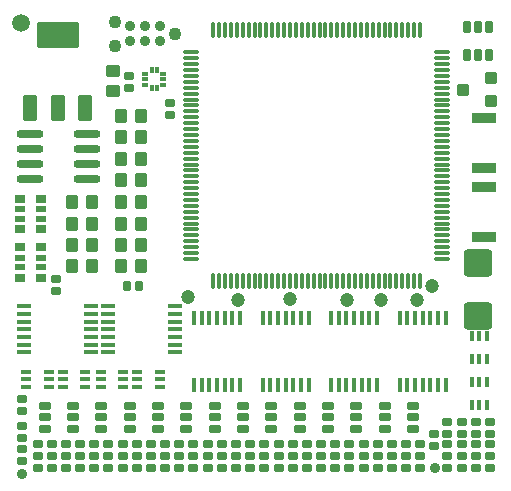
<source format=gts>
G04*
G04 #@! TF.GenerationSoftware,Altium Limited,Altium Designer,25.1.2 (22)*
G04*
G04 Layer_Color=8388736*
%FSLAX25Y25*%
%MOIN*%
G70*
G04*
G04 #@! TF.SameCoordinates,884B850E-C893-49A2-98A3-3BEC55AD8533*
G04*
G04*
G04 #@! TF.FilePolarity,Negative*
G04*
G01*
G75*
%ADD54O,0.01260X0.05512*%
%ADD55O,0.05512X0.01260*%
G04:AMPARAMS|DCode=56|XSize=39.37mil|YSize=41.34mil|CornerRadius=5.51mil|HoleSize=0mil|Usage=FLASHONLY|Rotation=90.000|XOffset=0mil|YOffset=0mil|HoleType=Round|Shape=RoundedRectangle|*
%AMROUNDEDRECTD56*
21,1,0.03937,0.03032,0,0,90.0*
21,1,0.02835,0.04134,0,0,90.0*
1,1,0.01102,0.01516,0.01417*
1,1,0.01102,0.01516,-0.01417*
1,1,0.01102,-0.01516,-0.01417*
1,1,0.01102,-0.01516,0.01417*
%
%ADD56ROUNDEDRECTD56*%
G04:AMPARAMS|DCode=57|XSize=39.37mil|YSize=41.34mil|CornerRadius=5.51mil|HoleSize=0mil|Usage=FLASHONLY|Rotation=90.000|XOffset=0mil|YOffset=0mil|HoleType=Round|Shape=RoundedRectangle|*
%AMROUNDEDRECTD57*
21,1,0.03937,0.03032,0,0,90.0*
21,1,0.02835,0.04134,0,0,90.0*
1,1,0.01102,0.01516,0.01417*
1,1,0.01102,0.01516,-0.01417*
1,1,0.01102,-0.01516,-0.01417*
1,1,0.01102,-0.01516,0.01417*
%
%ADD57ROUNDEDRECTD57*%
G04:AMPARAMS|DCode=58|XSize=47.24mil|YSize=88.58mil|CornerRadius=6.3mil|HoleSize=0mil|Usage=FLASHONLY|Rotation=0.000|XOffset=0mil|YOffset=0mil|HoleType=Round|Shape=RoundedRectangle|*
%AMROUNDEDRECTD58*
21,1,0.04724,0.07598,0,0,0.0*
21,1,0.03465,0.08858,0,0,0.0*
1,1,0.01260,0.01732,-0.03799*
1,1,0.01260,-0.01732,-0.03799*
1,1,0.01260,-0.01732,0.03799*
1,1,0.01260,0.01732,0.03799*
%
%ADD58ROUNDEDRECTD58*%
G04:AMPARAMS|DCode=59|XSize=47.24mil|YSize=88.58mil|CornerRadius=6.3mil|HoleSize=0mil|Usage=FLASHONLY|Rotation=0.000|XOffset=0mil|YOffset=0mil|HoleType=Round|Shape=RoundedRectangle|*
%AMROUNDEDRECTD59*
21,1,0.04724,0.07599,0,0,0.0*
21,1,0.03465,0.08858,0,0,0.0*
1,1,0.01260,0.01732,-0.03799*
1,1,0.01260,-0.01732,-0.03799*
1,1,0.01260,-0.01732,0.03799*
1,1,0.01260,0.01732,0.03799*
%
%ADD59ROUNDEDRECTD59*%
G04:AMPARAMS|DCode=60|XSize=141.73mil|YSize=88.58mil|CornerRadius=10.43mil|HoleSize=0mil|Usage=FLASHONLY|Rotation=0.000|XOffset=0mil|YOffset=0mil|HoleType=Round|Shape=RoundedRectangle|*
%AMROUNDEDRECTD60*
21,1,0.14173,0.06772,0,0,0.0*
21,1,0.12087,0.08858,0,0,0.0*
1,1,0.02087,0.06043,-0.03386*
1,1,0.02087,-0.06043,-0.03386*
1,1,0.02087,-0.06043,0.03386*
1,1,0.02087,0.06043,0.03386*
%
%ADD60ROUNDEDRECTD60*%
G04:AMPARAMS|DCode=61|XSize=43.31mil|YSize=47.24mil|CornerRadius=5.91mil|HoleSize=0mil|Usage=FLASHONLY|Rotation=0.000|XOffset=0mil|YOffset=0mil|HoleType=Round|Shape=RoundedRectangle|*
%AMROUNDEDRECTD61*
21,1,0.04331,0.03543,0,0,0.0*
21,1,0.03150,0.04724,0,0,0.0*
1,1,0.01181,0.01575,-0.01772*
1,1,0.01181,-0.01575,-0.01772*
1,1,0.01181,-0.01575,0.01772*
1,1,0.01181,0.01575,0.01772*
%
%ADD61ROUNDEDRECTD61*%
G04:AMPARAMS|DCode=62|XSize=27.56mil|YSize=39.37mil|CornerRadius=4.33mil|HoleSize=0mil|Usage=FLASHONLY|Rotation=180.000|XOffset=0mil|YOffset=0mil|HoleType=Round|Shape=RoundedRectangle|*
%AMROUNDEDRECTD62*
21,1,0.02756,0.03071,0,0,180.0*
21,1,0.01890,0.03937,0,0,180.0*
1,1,0.00866,-0.00945,0.01535*
1,1,0.00866,0.00945,0.01535*
1,1,0.00866,0.00945,-0.01535*
1,1,0.00866,-0.00945,-0.01535*
%
%ADD62ROUNDEDRECTD62*%
%ADD63C,0.03494*%
G04:AMPARAMS|DCode=64|XSize=31.5mil|YSize=27.56mil|CornerRadius=4.33mil|HoleSize=0mil|Usage=FLASHONLY|Rotation=180.000|XOffset=0mil|YOffset=0mil|HoleType=Round|Shape=RoundedRectangle|*
%AMROUNDEDRECTD64*
21,1,0.03150,0.01890,0,0,180.0*
21,1,0.02284,0.02756,0,0,180.0*
1,1,0.00866,-0.01142,0.00945*
1,1,0.00866,0.01142,0.00945*
1,1,0.00866,0.01142,-0.00945*
1,1,0.00866,-0.01142,-0.00945*
%
%ADD64ROUNDEDRECTD64*%
G04:AMPARAMS|DCode=65|XSize=27.56mil|YSize=39.37mil|CornerRadius=4.33mil|HoleSize=0mil|Usage=FLASHONLY|Rotation=270.000|XOffset=0mil|YOffset=0mil|HoleType=Round|Shape=RoundedRectangle|*
%AMROUNDEDRECTD65*
21,1,0.02756,0.03071,0,0,270.0*
21,1,0.01890,0.03937,0,0,270.0*
1,1,0.00866,-0.01535,-0.00945*
1,1,0.00866,-0.01535,0.00945*
1,1,0.00866,0.01535,0.00945*
1,1,0.00866,0.01535,-0.00945*
%
%ADD65ROUNDEDRECTD65*%
G04:AMPARAMS|DCode=66|XSize=90.55mil|YSize=94.49mil|CornerRadius=10.63mil|HoleSize=0mil|Usage=FLASHONLY|Rotation=90.000|XOffset=0mil|YOffset=0mil|HoleType=Round|Shape=RoundedRectangle|*
%AMROUNDEDRECTD66*
21,1,0.09055,0.07323,0,0,90.0*
21,1,0.06929,0.09449,0,0,90.0*
1,1,0.02126,0.03661,0.03465*
1,1,0.02126,0.03661,-0.03465*
1,1,0.02126,-0.03661,-0.03465*
1,1,0.02126,-0.03661,0.03465*
%
%ADD66ROUNDEDRECTD66*%
%ADD67C,0.03543*%
G04:AMPARAMS|DCode=68|XSize=29.53mil|YSize=35.43mil|CornerRadius=4.53mil|HoleSize=0mil|Usage=FLASHONLY|Rotation=90.000|XOffset=0mil|YOffset=0mil|HoleType=Round|Shape=RoundedRectangle|*
%AMROUNDEDRECTD68*
21,1,0.02953,0.02638,0,0,90.0*
21,1,0.02047,0.03543,0,0,90.0*
1,1,0.00906,0.01319,0.01024*
1,1,0.00906,0.01319,-0.01024*
1,1,0.00906,-0.01319,-0.01024*
1,1,0.00906,-0.01319,0.01024*
%
%ADD68ROUNDEDRECTD68*%
G04:AMPARAMS|DCode=69|XSize=21.65mil|YSize=35.43mil|CornerRadius=3.74mil|HoleSize=0mil|Usage=FLASHONLY|Rotation=90.000|XOffset=0mil|YOffset=0mil|HoleType=Round|Shape=RoundedRectangle|*
%AMROUNDEDRECTD69*
21,1,0.02165,0.02795,0,0,90.0*
21,1,0.01417,0.03543,0,0,90.0*
1,1,0.00748,0.01398,0.00709*
1,1,0.00748,0.01398,-0.00709*
1,1,0.00748,-0.01398,-0.00709*
1,1,0.00748,-0.01398,0.00709*
%
%ADD69ROUNDEDRECTD69*%
G04:AMPARAMS|DCode=70|XSize=35.43mil|YSize=82.68mil|CornerRadius=5.12mil|HoleSize=0mil|Usage=FLASHONLY|Rotation=90.000|XOffset=0mil|YOffset=0mil|HoleType=Round|Shape=RoundedRectangle|*
%AMROUNDEDRECTD70*
21,1,0.03543,0.07244,0,0,90.0*
21,1,0.02520,0.08268,0,0,90.0*
1,1,0.01024,0.03622,0.01260*
1,1,0.01024,0.03622,-0.01260*
1,1,0.01024,-0.03622,-0.01260*
1,1,0.01024,-0.03622,0.01260*
%
%ADD70ROUNDEDRECTD70*%
%ADD71O,0.01575X0.04724*%
%ADD72O,0.04724X0.01575*%
G04:AMPARAMS|DCode=73|XSize=16.54mil|YSize=35.43mil|CornerRadius=3.23mil|HoleSize=0mil|Usage=FLASHONLY|Rotation=90.000|XOffset=0mil|YOffset=0mil|HoleType=Round|Shape=RoundedRectangle|*
%AMROUNDEDRECTD73*
21,1,0.01654,0.02898,0,0,90.0*
21,1,0.01008,0.03543,0,0,90.0*
1,1,0.00646,0.01449,0.00504*
1,1,0.00646,0.01449,-0.00504*
1,1,0.00646,-0.01449,-0.00504*
1,1,0.00646,-0.01449,0.00504*
%
%ADD73ROUNDEDRECTD73*%
%ADD74O,0.09055X0.02756*%
G04:AMPARAMS|DCode=75|XSize=16.54mil|YSize=35.43mil|CornerRadius=3.23mil|HoleSize=0mil|Usage=FLASHONLY|Rotation=180.000|XOffset=0mil|YOffset=0mil|HoleType=Round|Shape=RoundedRectangle|*
%AMROUNDEDRECTD75*
21,1,0.01654,0.02898,0,0,180.0*
21,1,0.01008,0.03543,0,0,180.0*
1,1,0.00646,-0.00504,0.01449*
1,1,0.00646,0.00504,0.01449*
1,1,0.00646,0.00504,-0.01449*
1,1,0.00646,-0.00504,-0.01449*
%
%ADD75ROUNDEDRECTD75*%
%ADD76R,0.01870X0.01772*%
%ADD77R,0.01772X0.01870*%
G04:AMPARAMS|DCode=78|XSize=43.31mil|YSize=47.24mil|CornerRadius=5.91mil|HoleSize=0mil|Usage=FLASHONLY|Rotation=270.000|XOffset=0mil|YOffset=0mil|HoleType=Round|Shape=RoundedRectangle|*
%AMROUNDEDRECTD78*
21,1,0.04331,0.03543,0,0,270.0*
21,1,0.03150,0.04724,0,0,270.0*
1,1,0.01181,-0.01772,-0.01575*
1,1,0.01181,-0.01772,0.01575*
1,1,0.01181,0.01772,0.01575*
1,1,0.01181,0.01772,-0.01575*
%
%ADD78ROUNDEDRECTD78*%
G04:AMPARAMS|DCode=79|XSize=31.5mil|YSize=27.56mil|CornerRadius=4.33mil|HoleSize=0mil|Usage=FLASHONLY|Rotation=90.000|XOffset=0mil|YOffset=0mil|HoleType=Round|Shape=RoundedRectangle|*
%AMROUNDEDRECTD79*
21,1,0.03150,0.01890,0,0,90.0*
21,1,0.02284,0.02756,0,0,90.0*
1,1,0.00866,0.00945,0.01142*
1,1,0.00866,0.00945,-0.01142*
1,1,0.00866,-0.00945,-0.01142*
1,1,0.00866,-0.00945,0.01142*
%
%ADD79ROUNDEDRECTD79*%
%ADD80C,0.04294*%
%ADD81C,0.04724*%
%ADD82C,0.05906*%
D54*
X68405Y151083D02*
D03*
X70374D02*
D03*
X72342Y151083D02*
D03*
X74311D02*
D03*
X76279D02*
D03*
X78248D02*
D03*
X80216D02*
D03*
X82185Y151083D02*
D03*
X84153D02*
D03*
X86122D02*
D03*
X88090Y151083D02*
D03*
X90059D02*
D03*
X92028D02*
D03*
X93996D02*
D03*
X95965D02*
D03*
X97933D02*
D03*
X99902D02*
D03*
X101870D02*
D03*
X103839D02*
D03*
X105807D02*
D03*
X107776D02*
D03*
X109744Y151083D02*
D03*
X111713Y151083D02*
D03*
X113681D02*
D03*
X115650D02*
D03*
X117618D02*
D03*
X119587D02*
D03*
X121555Y151083D02*
D03*
X123524D02*
D03*
X125492D02*
D03*
X127461Y151083D02*
D03*
X129429D02*
D03*
X131398D02*
D03*
X133366D02*
D03*
X135335D02*
D03*
X137303Y151083D02*
D03*
Y67421D02*
D03*
X135335Y67421D02*
D03*
X133366D02*
D03*
X131398D02*
D03*
X129429D02*
D03*
X127461D02*
D03*
X125492Y67421D02*
D03*
X123524D02*
D03*
X121555D02*
D03*
X119587Y67421D02*
D03*
X117618D02*
D03*
X115650D02*
D03*
X113681D02*
D03*
X111713D02*
D03*
X109744Y67421D02*
D03*
X107776Y67421D02*
D03*
X105807D02*
D03*
X103839D02*
D03*
X101870D02*
D03*
X99902D02*
D03*
X97933D02*
D03*
X95965D02*
D03*
X93996D02*
D03*
X92028D02*
D03*
X90059D02*
D03*
X88090D02*
D03*
X86122Y67421D02*
D03*
X84153D02*
D03*
X82185D02*
D03*
X80216Y67421D02*
D03*
X78248D02*
D03*
X76279D02*
D03*
X74311D02*
D03*
X72342D02*
D03*
X70374Y67421D02*
D03*
X68405D02*
D03*
D55*
X144685Y143701D02*
D03*
Y141732D02*
D03*
X144685Y139764D02*
D03*
Y137795D02*
D03*
Y135827D02*
D03*
Y133858D02*
D03*
Y131890D02*
D03*
X144685Y129921D02*
D03*
Y127953D02*
D03*
Y125984D02*
D03*
X144685Y124016D02*
D03*
Y122047D02*
D03*
Y120079D02*
D03*
Y118110D02*
D03*
Y116142D02*
D03*
Y114173D02*
D03*
Y112205D02*
D03*
Y110236D02*
D03*
Y108268D02*
D03*
Y106299D02*
D03*
Y104331D02*
D03*
X144685Y102362D02*
D03*
X144685Y100394D02*
D03*
Y98425D02*
D03*
Y96457D02*
D03*
Y94488D02*
D03*
Y92520D02*
D03*
X144685Y90551D02*
D03*
Y88583D02*
D03*
Y86614D02*
D03*
X144685Y84646D02*
D03*
Y82677D02*
D03*
Y80709D02*
D03*
Y78740D02*
D03*
Y76772D02*
D03*
X144685Y74803D02*
D03*
X61024D02*
D03*
X61024Y76772D02*
D03*
Y78740D02*
D03*
Y80709D02*
D03*
Y82677D02*
D03*
Y84646D02*
D03*
X61024Y86614D02*
D03*
Y88583D02*
D03*
Y90551D02*
D03*
X61024Y92520D02*
D03*
Y94488D02*
D03*
Y96457D02*
D03*
Y98425D02*
D03*
Y100394D02*
D03*
X61024Y102362D02*
D03*
X61024Y104331D02*
D03*
Y106299D02*
D03*
Y108268D02*
D03*
Y110236D02*
D03*
Y112205D02*
D03*
Y114173D02*
D03*
Y116142D02*
D03*
Y118110D02*
D03*
Y120079D02*
D03*
Y122047D02*
D03*
Y124016D02*
D03*
X61024Y125984D02*
D03*
Y127953D02*
D03*
Y129921D02*
D03*
X61024Y131890D02*
D03*
Y133858D02*
D03*
Y135827D02*
D03*
Y137795D02*
D03*
Y139764D02*
D03*
X61024Y141732D02*
D03*
Y143701D02*
D03*
D56*
X161030Y127512D02*
D03*
X151778Y131252D02*
D03*
D57*
X161030Y134992D02*
D03*
D58*
X7480Y125197D02*
D03*
X25591D02*
D03*
D59*
X16535D02*
D03*
D60*
X16535Y149606D02*
D03*
D61*
X37795Y101181D02*
D03*
X44488Y101181D02*
D03*
Y108268D02*
D03*
X37795D02*
D03*
Y115354D02*
D03*
X44488D02*
D03*
Y122441D02*
D03*
X37795D02*
D03*
X27953Y93701D02*
D03*
X21260D02*
D03*
X44488Y93701D02*
D03*
X37795Y93701D02*
D03*
X27953Y86614D02*
D03*
X21260Y86614D02*
D03*
X44488Y86614D02*
D03*
X37795D02*
D03*
X27953Y79528D02*
D03*
X21260D02*
D03*
X44488D02*
D03*
X37795D02*
D03*
X21260Y72441D02*
D03*
X27953Y72441D02*
D03*
X44488Y72441D02*
D03*
X37795D02*
D03*
D62*
X160431Y152139D02*
D03*
X156691D02*
D03*
X152950D02*
D03*
Y142690D02*
D03*
X156691D02*
D03*
X160431D02*
D03*
D63*
X50748Y152441D02*
D03*
Y147441D02*
D03*
X45748Y152441D02*
D03*
X45748Y147441D02*
D03*
X40748Y152441D02*
D03*
Y147441D02*
D03*
D64*
X4724Y7480D02*
D03*
Y11417D02*
D03*
X151181Y20472D02*
D03*
Y16535D02*
D03*
X47638Y9055D02*
D03*
Y5118D02*
D03*
X61811Y9055D02*
D03*
X61811Y5118D02*
D03*
X80709Y12992D02*
D03*
Y9055D02*
D03*
Y5118D02*
D03*
Y9055D02*
D03*
X90158D02*
D03*
X90158Y12992D02*
D03*
X90158Y9055D02*
D03*
X90158Y5118D02*
D03*
X113780Y12992D02*
D03*
Y9055D02*
D03*
X137402D02*
D03*
X137402Y12992D02*
D03*
X137402Y9055D02*
D03*
X137402Y5118D02*
D03*
X54036Y122835D02*
D03*
Y126772D02*
D03*
X142126Y12598D02*
D03*
Y16535D02*
D03*
X4724Y28150D02*
D03*
Y24213D02*
D03*
X16142Y64173D02*
D03*
Y68110D02*
D03*
X160630Y16535D02*
D03*
Y20472D02*
D03*
X155905Y16535D02*
D03*
Y20472D02*
D03*
X146457Y16535D02*
D03*
Y20472D02*
D03*
X9843Y9055D02*
D03*
Y12992D02*
D03*
X14567Y9055D02*
D03*
Y12992D02*
D03*
X19291Y9055D02*
D03*
Y12992D02*
D03*
X24016Y9055D02*
D03*
Y12992D02*
D03*
X9843Y9055D02*
D03*
Y5118D02*
D03*
X14567Y9055D02*
D03*
Y5118D02*
D03*
X19291Y9055D02*
D03*
Y5118D02*
D03*
X24016Y9055D02*
D03*
Y5118D02*
D03*
X28740Y9055D02*
D03*
Y12992D02*
D03*
X33465Y9055D02*
D03*
Y12992D02*
D03*
X38189Y9055D02*
D03*
X38189Y12992D02*
D03*
X43031Y9055D02*
D03*
Y12992D02*
D03*
X28740Y9055D02*
D03*
Y5118D02*
D03*
X33465Y9055D02*
D03*
Y5118D02*
D03*
X38189Y9055D02*
D03*
X38189Y5118D02*
D03*
X42913Y9055D02*
D03*
Y5118D02*
D03*
X47638Y9055D02*
D03*
Y12992D02*
D03*
X52362Y9055D02*
D03*
Y12992D02*
D03*
X57087Y9055D02*
D03*
Y12992D02*
D03*
X61811Y9055D02*
D03*
Y12992D02*
D03*
X52362Y9055D02*
D03*
X52362Y5118D02*
D03*
X57087Y9055D02*
D03*
Y5118D02*
D03*
X66536Y12992D02*
D03*
Y9055D02*
D03*
X71260Y12992D02*
D03*
Y9055D02*
D03*
X75984Y12992D02*
D03*
Y9055D02*
D03*
X66536Y5118D02*
D03*
Y9055D02*
D03*
X71260Y5118D02*
D03*
Y9055D02*
D03*
X75984Y5118D02*
D03*
Y9055D02*
D03*
X85433D02*
D03*
Y12992D02*
D03*
X94882Y9055D02*
D03*
Y12992D02*
D03*
X99606Y9055D02*
D03*
Y12992D02*
D03*
X85433Y9055D02*
D03*
Y5118D02*
D03*
X94882Y9055D02*
D03*
Y5118D02*
D03*
X99606Y9055D02*
D03*
Y5118D02*
D03*
X104331Y12992D02*
D03*
Y9055D02*
D03*
X109055Y12992D02*
D03*
Y9055D02*
D03*
X118504Y12992D02*
D03*
Y9055D02*
D03*
X104331Y5118D02*
D03*
Y9055D02*
D03*
X109055Y5118D02*
D03*
Y9055D02*
D03*
X113780Y5118D02*
D03*
Y9055D02*
D03*
X118504Y5118D02*
D03*
Y9055D02*
D03*
X123228D02*
D03*
X123228Y12992D02*
D03*
X127953Y9055D02*
D03*
Y12992D02*
D03*
X132677Y9055D02*
D03*
Y12992D02*
D03*
X123228Y9055D02*
D03*
X123228Y5118D02*
D03*
X127953Y9055D02*
D03*
Y5118D02*
D03*
X132677Y9055D02*
D03*
Y5118D02*
D03*
X146457Y12992D02*
D03*
Y9055D02*
D03*
X151181Y12992D02*
D03*
Y9055D02*
D03*
X155905Y12992D02*
D03*
Y9055D02*
D03*
X160630Y12992D02*
D03*
Y9055D02*
D03*
X146457Y5118D02*
D03*
Y9055D02*
D03*
X151181Y5118D02*
D03*
Y9055D02*
D03*
X155905Y5118D02*
D03*
Y9055D02*
D03*
X160630Y5118D02*
D03*
Y9055D02*
D03*
X4724Y19094D02*
D03*
Y15157D02*
D03*
X40157Y131890D02*
D03*
Y135827D02*
D03*
D65*
X59449Y25787D02*
D03*
Y22047D02*
D03*
Y18307D02*
D03*
X50000Y18307D02*
D03*
Y22047D02*
D03*
X50000Y25787D02*
D03*
X21654D02*
D03*
X21654Y22047D02*
D03*
Y18307D02*
D03*
X12205D02*
D03*
Y22047D02*
D03*
X12205Y25787D02*
D03*
X40551Y25787D02*
D03*
Y22047D02*
D03*
Y18307D02*
D03*
X31102Y18307D02*
D03*
Y22047D02*
D03*
Y25787D02*
D03*
X78347D02*
D03*
Y22047D02*
D03*
Y18307D02*
D03*
X68898Y18307D02*
D03*
Y22047D02*
D03*
X68898Y25787D02*
D03*
X97244D02*
D03*
Y22047D02*
D03*
Y18307D02*
D03*
X87795D02*
D03*
Y22047D02*
D03*
Y25787D02*
D03*
X116142Y25787D02*
D03*
Y22047D02*
D03*
Y18307D02*
D03*
X106693D02*
D03*
Y22047D02*
D03*
Y25787D02*
D03*
X135039D02*
D03*
Y22047D02*
D03*
Y18307D02*
D03*
X125591Y18307D02*
D03*
Y22047D02*
D03*
X125591Y25787D02*
D03*
D66*
X156693Y55905D02*
D03*
Y73622D02*
D03*
D67*
X142402Y5118D02*
D03*
X4724Y3150D02*
D03*
D68*
X11024Y78642D02*
D03*
X3937D02*
D03*
Y68602D02*
D03*
X11024D02*
D03*
Y84744D02*
D03*
X3937D02*
D03*
Y94784D02*
D03*
X11024D02*
D03*
D69*
X3937Y72047D02*
D03*
Y75197D02*
D03*
X11024D02*
D03*
Y72047D02*
D03*
Y88189D02*
D03*
Y91339D02*
D03*
X3937D02*
D03*
Y88189D02*
D03*
D70*
X158661Y121653D02*
D03*
Y105118D02*
D03*
Y82284D02*
D03*
Y98819D02*
D03*
D71*
X145866Y55118D02*
D03*
X143307D02*
D03*
X140748D02*
D03*
X138189D02*
D03*
X135630D02*
D03*
X133071D02*
D03*
X130512D02*
D03*
X145866Y32677D02*
D03*
X143307Y32677D02*
D03*
X140748D02*
D03*
X138189Y32677D02*
D03*
X135630Y32677D02*
D03*
X133071D02*
D03*
X130512Y32677D02*
D03*
X77362Y55118D02*
D03*
X74803D02*
D03*
X72244D02*
D03*
X69685D02*
D03*
X67126D02*
D03*
X64567D02*
D03*
X62008D02*
D03*
X77362Y32677D02*
D03*
X74803D02*
D03*
X72244D02*
D03*
X69685D02*
D03*
X67126D02*
D03*
X64567D02*
D03*
X62008D02*
D03*
X100197Y55118D02*
D03*
X97638D02*
D03*
X95079D02*
D03*
X92520D02*
D03*
X89961D02*
D03*
X87402D02*
D03*
X84843D02*
D03*
X100197Y32677D02*
D03*
X97638D02*
D03*
X95079D02*
D03*
X92520D02*
D03*
X89961D02*
D03*
X87402D02*
D03*
X84843D02*
D03*
X123031Y55118D02*
D03*
X120472D02*
D03*
X117913D02*
D03*
X115354D02*
D03*
X112795D02*
D03*
X110236D02*
D03*
X107677D02*
D03*
X123031Y32677D02*
D03*
X120472D02*
D03*
X117913D02*
D03*
X115354D02*
D03*
X112795D02*
D03*
X110236D02*
D03*
X107677D02*
D03*
D72*
X55709Y43701D02*
D03*
Y46260D02*
D03*
Y48819D02*
D03*
Y51378D02*
D03*
Y53937D02*
D03*
Y56496D02*
D03*
Y59055D02*
D03*
X33268Y43701D02*
D03*
Y46260D02*
D03*
Y48819D02*
D03*
Y51378D02*
D03*
Y53937D02*
D03*
Y56496D02*
D03*
Y59055D02*
D03*
X27756Y43701D02*
D03*
Y46260D02*
D03*
Y48819D02*
D03*
Y51378D02*
D03*
Y53937D02*
D03*
Y56496D02*
D03*
Y59055D02*
D03*
X5315Y43701D02*
D03*
Y46260D02*
D03*
Y48819D02*
D03*
Y51378D02*
D03*
Y53937D02*
D03*
Y56496D02*
D03*
Y59055D02*
D03*
D73*
X38386Y32087D02*
D03*
Y34646D02*
D03*
Y37205D02*
D03*
X30906Y32087D02*
D03*
Y34646D02*
D03*
Y37205D02*
D03*
X18307Y37205D02*
D03*
Y34646D02*
D03*
Y32087D02*
D03*
X25787Y37205D02*
D03*
Y34646D02*
D03*
Y32087D02*
D03*
X13583Y32087D02*
D03*
Y34646D02*
D03*
Y37205D02*
D03*
X6102Y32087D02*
D03*
Y34646D02*
D03*
Y37205D02*
D03*
X43110Y37205D02*
D03*
Y34646D02*
D03*
Y32087D02*
D03*
X50591Y37205D02*
D03*
Y34646D02*
D03*
Y32087D02*
D03*
D74*
X7284Y116557D02*
D03*
X7284Y111557D02*
D03*
X7284Y106557D02*
D03*
Y101557D02*
D03*
X26182Y116557D02*
D03*
X26182Y111557D02*
D03*
X26182Y106557D02*
D03*
Y101557D02*
D03*
D75*
X159646Y49016D02*
D03*
X157087D02*
D03*
X154528D02*
D03*
X159646Y41535D02*
D03*
X157087Y41535D02*
D03*
X154528Y41535D02*
D03*
X159646Y33661D02*
D03*
X157087Y33661D02*
D03*
X154528Y33661D02*
D03*
X159646Y26181D02*
D03*
X157087D02*
D03*
X154528D02*
D03*
D76*
X45817Y132677D02*
D03*
Y134646D02*
D03*
Y136614D02*
D03*
X51821D02*
D03*
Y134646D02*
D03*
Y132677D02*
D03*
D77*
X47835Y137648D02*
D03*
X49803D02*
D03*
Y131644D02*
D03*
X47835D02*
D03*
D78*
X34941Y130709D02*
D03*
Y137402D02*
D03*
D79*
X43701Y65748D02*
D03*
X39764D02*
D03*
D80*
X55748Y149941D02*
D03*
X35748Y145941D02*
D03*
Y153941D02*
D03*
D81*
X94095Y61417D02*
D03*
X141339Y65748D02*
D03*
X136221Y61024D02*
D03*
X124409D02*
D03*
X112992Y61024D02*
D03*
X76772Y61024D02*
D03*
X59842Y62205D02*
D03*
D82*
X4331Y153543D02*
D03*
M02*

</source>
